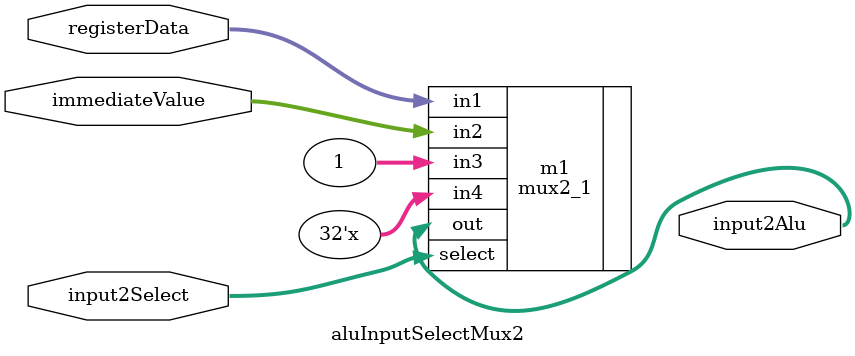
<source format=sv>
`include "../../Mux4_1/mux4_1.sv"

module aluInputSelectMux2(
    input logic [31:0] registerData,   // REGISTER
    input logic [31:0] immediateValue, // IMMEDIATE
    input logic [1:0] input2Select,    // SELECT LINE 2
    output logic [31:0] input2Alu      // INPUT 2 TO ALU
);

    // MUX 2 x 1
    mux2_1 m1 (
        .in1(registerData),
        .in2(immediateValue),
        .in3(32'b1),
        .in4(32'bx),
        .select(input2Select),
        .out(input2Alu)
    );
endmodule
</source>
